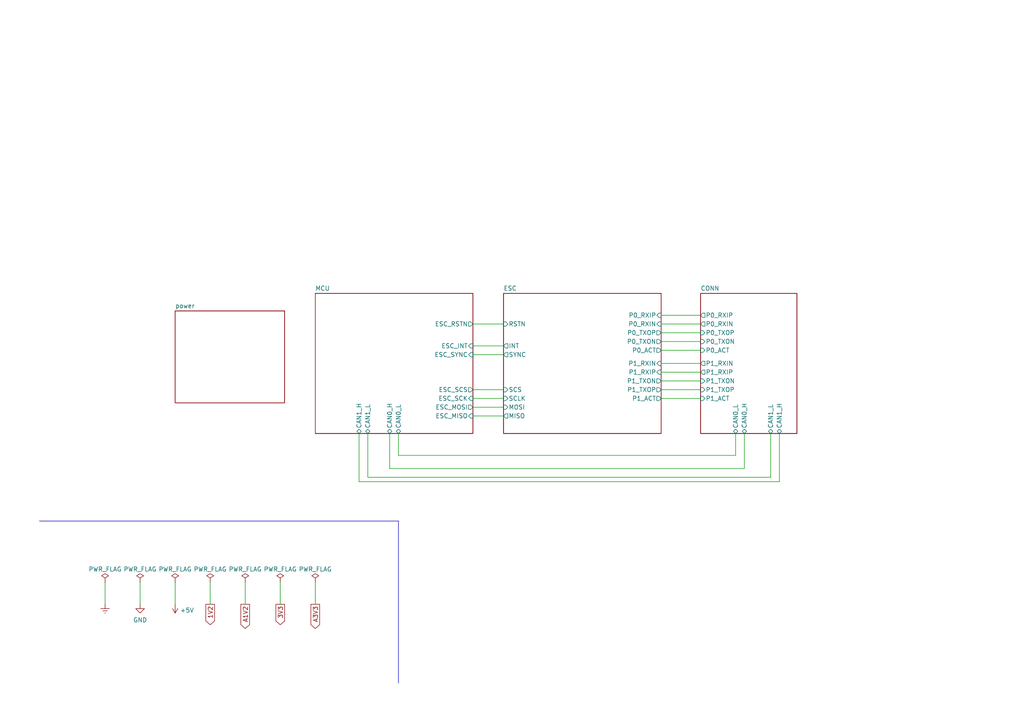
<source format=kicad_sch>
(kicad_sch (version 20230121) (generator eeschema)
  (paper "A4")
  (lib_symbols
    (symbol "power:+5V" (power) (pin_names (offset 0))
      (property "Value" "+5V" (at 0 3.556 0))
      (symbol "+5V_0_1"
        (polyline (pts (xy -0.762 1.27) (xy 0 2.54)))
        (polyline (pts (xy 0 0) (xy 0 2.54)))
        (polyline (pts (xy 0 2.54) (xy 0.762 1.27)))
      )
      (symbol "+5V_1_1"
        (pin power_in line (at 0 0 90) (length 0) hide (name "+5V") (number "1"))
      )
    )
    (symbol "power:Earth" (power) (pin_names (offset 0))
      (symbol "Earth_0_1"
        (polyline (pts (xy -0.635 -1.905) (xy 0.635 -1.905)))
        (polyline (pts (xy -0.127 -2.54) (xy 0.127 -2.54)))
        (polyline (pts (xy 0 -1.27) (xy 0 0)))
        (polyline (pts (xy 1.27 -1.27) (xy -1.27 -1.27)))
      )
      (symbol "Earth_1_1"
        (pin power_in line (at 0 0 270) (length 0) hide (name "Earth") (number "1"))
      )
    )
    (symbol "power:GND" (power) (pin_names (offset 0))
      (property "Value" "GND" (at 0 -3.81 0))
      (symbol "GND_0_1"
        (polyline (pts (xy 0 0) (xy 0 -1.27) (xy 1.27 -1.27) (xy 0 -2.54) (xy -1.27 -1.27) (xy 0 -1.27)))
      )
      (symbol "GND_1_1"
        (pin power_in line (at 0 0 270) (length 0) hide (name "GND") (number "1"))
      )
    )
    (symbol "power:PWR_FLAG" (power) (pin_numbers hide) (pin_names (offset 0) hide)
      (property "Value" "PWR_FLAG" (at 0 3.81 0))
      (symbol "PWR_FLAG_0_0"
        (pin power_out line (at 0 0 90) (length 0) (name "pwr") (number "1"))
      )
      (symbol "PWR_FLAG_0_1"
        (polyline (pts (xy 0 0) (xy 0 1.27) (xy -1.016 1.905) (xy 0 2.54) (xy 1.016 1.905) (xy 0 1.27)))
      )
    )
  )
  (wire (pts (xy 191.77 113.03) (xy 203.2 113.03)))
  (wire (pts (xy 71.12 168.91) (xy 71.12 175.26)))
  (wire (pts (xy 191.77 96.52) (xy 203.2 96.52)))
  (wire (pts (xy 50.8 168.91) (xy 50.8 175.26)))
  (wire (pts (xy 137.16 100.33) (xy 146.05 100.33)))
  (wire (pts (xy 137.16 102.87) (xy 146.05 102.87)))
  (polyline (pts (xy 115.57 151.13) (xy 115.57 198.12)))
  (wire (pts (xy 81.28 168.91) (xy 81.28 175.26)))
  (wire (pts (xy 191.77 105.41) (xy 203.2 105.41)))
  (wire (pts (xy 191.77 107.95) (xy 203.2 107.95)))
  (wire (pts (xy 191.77 101.6) (xy 203.2 101.6)))
  (wire (pts (xy 191.77 99.06) (xy 203.2 99.06)))
  (wire (pts (xy 91.44 168.91) (xy 91.44 175.26)))
  (wire (pts (xy 137.16 120.65) (xy 146.05 120.65)))
  (wire (pts (xy 191.77 93.98) (xy 203.2 93.98)))
  (wire (pts (xy 226.06 125.73) (xy 226.06 139.7)))
  (wire (pts (xy 213.36 132.08) (xy 213.36 125.73)))
  (wire (pts (xy 223.52 138.43) (xy 223.52 125.73)))
  (wire (pts (xy 113.03 135.89) (xy 215.9 135.89)))
  (wire (pts (xy 104.14 139.7) (xy 226.06 139.7)))
  (wire (pts (xy 137.16 115.57) (xy 146.05 115.57)))
  (wire (pts (xy 137.16 93.98) (xy 146.05 93.98)))
  (wire (pts (xy 191.77 91.44) (xy 203.2 91.44)))
  (wire (pts (xy 137.16 113.03) (xy 146.05 113.03)))
  (polyline (pts (xy 11.43 151.13) (xy 115.57 151.13)))
  (wire (pts (xy 137.16 118.11) (xy 146.05 118.11)))
  (wire (pts (xy 104.14 125.73) (xy 104.14 139.7)))
  (wire (pts (xy 215.9 135.89) (xy 215.9 125.73)))
  (wire (pts (xy 30.48 168.91) (xy 30.48 175.26)))
  (wire (pts (xy 106.68 125.73) (xy 106.68 138.43)))
  (wire (pts (xy 113.03 125.73) (xy 113.03 135.89)))
  (wire (pts (xy 115.57 125.73) (xy 115.57 132.08)))
  (wire (pts (xy 60.96 168.91) (xy 60.96 175.26)))
  (wire (pts (xy 115.57 132.08) (xy 213.36 132.08)))
  (wire (pts (xy 191.77 110.49) (xy 203.2 110.49)))
  (wire (pts (xy 40.64 168.91) (xy 40.64 175.26)))
  (wire (pts (xy 106.68 138.43) (xy 223.52 138.43)))
  (wire (pts (xy 191.77 115.57) (xy 203.2 115.57)))
  (global_label "A1V2" (shape output) (at 71.12 175.26 270) (property "Intersheetrefs" "${INTERSHEET_REFS}" (effects hide)))
  (global_label "3V3" (shape output) (at 81.28 175.26 270) (property "Intersheetrefs" "${INTERSHEET_REFS}" (effects hide)))
  (global_label "1V2" (shape output) (at 60.96 175.26 270) (property "Intersheetrefs" "${INTERSHEET_REFS}" (effects hide)))
  (global_label "A3V3" (shape output) (at 91.44 175.26 270) (property "Intersheetrefs" "${INTERSHEET_REFS}" (effects hide)))
  (symbol (lib_id "power:PWR_FLAG") (at 60.96 168.91 0) (unit 1)
    (property "Reference" "#FLG0107" (effects hide))
    (property "Value" "PWR_FLAG" (at 60.96 165.1 0))
  )
  (symbol (lib_id "power:GND") (at 40.64 175.26 0) (unit 1)
    (property "Reference" "#PWR0126" (effects hide))
    (property "Value" "GND" (at 40.64 179.8225 0))
  )
  (symbol (lib_id "power:PWR_FLAG") (at 91.44 168.91 0) (unit 1)
    (property "Reference" "#FLG0110" (effects hide))
    (property "Value" "PWR_FLAG" (at 91.44 165.1 0))
  )
  (symbol (lib_id "power:+5V") (at 50.8 175.26 180) (unit 1)
    (property "Reference" "#PWR0104" (effects hide))
    (property "Value" "+5V" (at 52.197 177.009 0) (effects (justify right)))
  )
  (symbol (lib_id "power:Earth") (at 30.48 175.26 0) (unit 1)
    (property "Reference" "#PWR0128" (effects hide))
    (property "Value" "Earth" (effects hide))
  )
  (symbol (lib_id "power:PWR_FLAG") (at 50.8 168.91 0) (unit 1)
    (property "Reference" "#FLG0104" (effects hide))
    (property "Value" "PWR_FLAG" (at 50.8 165.1 0))
  )
  (symbol (lib_id "power:PWR_FLAG") (at 71.12 168.91 0) (unit 1)
    (property "Reference" "#FLG0108" (effects hide))
    (property "Value" "PWR_FLAG" (at 71.12 165.1 0))
  )
  (symbol (lib_id "power:PWR_FLAG") (at 30.48 168.91 0) (unit 1)
    (property "Reference" "#FLG0102" (effects hide))
    (property "Value" "PWR_FLAG" (at 30.48 165.1 0))
  )
  (symbol (lib_id "power:PWR_FLAG") (at 40.64 168.91 0) (unit 1)
    (property "Reference" "#FLG0101" (effects hide))
    (property "Value" "PWR_FLAG" (at 40.64 165.1 0))
  )
  (symbol (lib_id "power:PWR_FLAG") (at 81.28 168.91 0) (unit 1)
    (property "Reference" "#FLG0109" (effects hide))
    (property "Value" "PWR_FLAG" (at 81.28 165.1 0))
  )
  (sheet (at 146.05 85.09) (size 45.72 40.64) (stroke (width 0.1524))
    (property "Sheetname" "ESC" (at 146.05 84.3784 0) (effects (justify left bottom)))
    (property "Sheetfile" "ESC.kicad_sch" (effects hide))
    (pin "RSTN" input (at 146.05 93.98 180))
    (pin "P1_ACT" output (at 191.77 115.57 0))
    (pin "P0_TXOP" output (at 191.77 96.52 0))
    (pin "P0_TXON" output (at 191.77 99.06 0))
    (pin "P0_RXIP" input (at 191.77 91.44 0))
    (pin "INT" output (at 146.05 100.33 180))
    (pin "SYNC" output (at 146.05 102.87 180))
    (pin "MISO" output (at 146.05 120.65 180))
    (pin "P0_ACT" output (at 191.77 101.6 0))
    (pin "SCS" input (at 146.05 113.03 180))
    (pin "MOSI" input (at 146.05 118.11 180))
    (pin "SCLK" input (at 146.05 115.57 180))
    (pin "P1_TXON" output (at 191.77 110.49 0))
    (pin "P1_TXOP" output (at 191.77 113.03 0))
    (pin "P1_RXIN" input (at 191.77 105.41 0))
    (pin "P1_RXIP" input (at 191.77 107.95 0))
    (pin "P0_RXIN" input (at 191.77 93.98 0))
  )
  (sheet (at 203.2 85.09) (size 27.94 40.64) (stroke (width 0.1524))
    (property "Sheetname" "CONN" (at 203.2 84.3784 0) (effects (justify left bottom)))
    (property "Sheetfile" "CONN.kicad_sch" (effects hide))
    (pin "P0_TXOP" input (at 203.2 96.52 180))
    (pin "P0_RXIN" output (at 203.2 93.98 180))
    (pin "P1_TXOP" input (at 203.2 113.03 180))
    (pin "P0_RXIP" output (at 203.2 91.44 180))
    (pin "P0_TXON" input (at 203.2 99.06 180))
    (pin "P1_RXIN" output (at 203.2 105.41 180))
    (pin "P1_RXIP" output (at 203.2 107.95 180))
    (pin "P1_TXON" input (at 203.2 110.49 180))
    (pin "P1_ACT" input (at 203.2 115.57 180))
    (pin "P0_ACT" input (at 203.2 101.6 180))
    (pin "CAN1_L" bidirectional (at 223.52 125.73 270))
    (pin "CAN0_H" bidirectional (at 215.9 125.73 270))
    (pin "CAN0_L" bidirectional (at 213.36 125.73 270))
    (pin "CAN1_H" bidirectional (at 226.06 125.73 270))
  )
  (sheet (at 91.44 85.09) (size 45.72 40.64) (stroke (width 0.1524))
    (property "Sheetname" "MCU" (at 91.44 84.3784 0) (effects (justify left bottom)))
    (property "Sheetfile" "MCU.kicad_sch" (effects hide))
    (pin "CAN1_L" bidirectional (at 106.68 125.73 270))
    (pin "CAN1_H" bidirectional (at 104.14 125.73 270))
    (pin "CAN0_L" bidirectional (at 115.57 125.73 270))
    (pin "CAN0_H" bidirectional (at 113.03 125.73 270))
    (pin "ESC_SYNC" input (at 137.16 102.87 0))
    (pin "ESC_INT" input (at 137.16 100.33 0))
    (pin "ESC_RSTN" output (at 137.16 93.98 0))
    (pin "ESC_MOSI" output (at 137.16 118.11 0))
    (pin "ESC_MISO" input (at 137.16 120.65 0))
    (pin "ESC_SCK" input (at 137.16 115.57 0))
    (pin "ESC_SCS" output (at 137.16 113.03 0))
  )
  (sheet (at 50.8 90.17) (size 31.75 26.67) (stroke (width 0.1524))
    (property "Sheetname" "power" (at 50.8 89.4584 0) (effects (justify left bottom)))
    (property "Sheetfile" "POWER.kicad_sch" (effects hide))
  )
)
</source>
